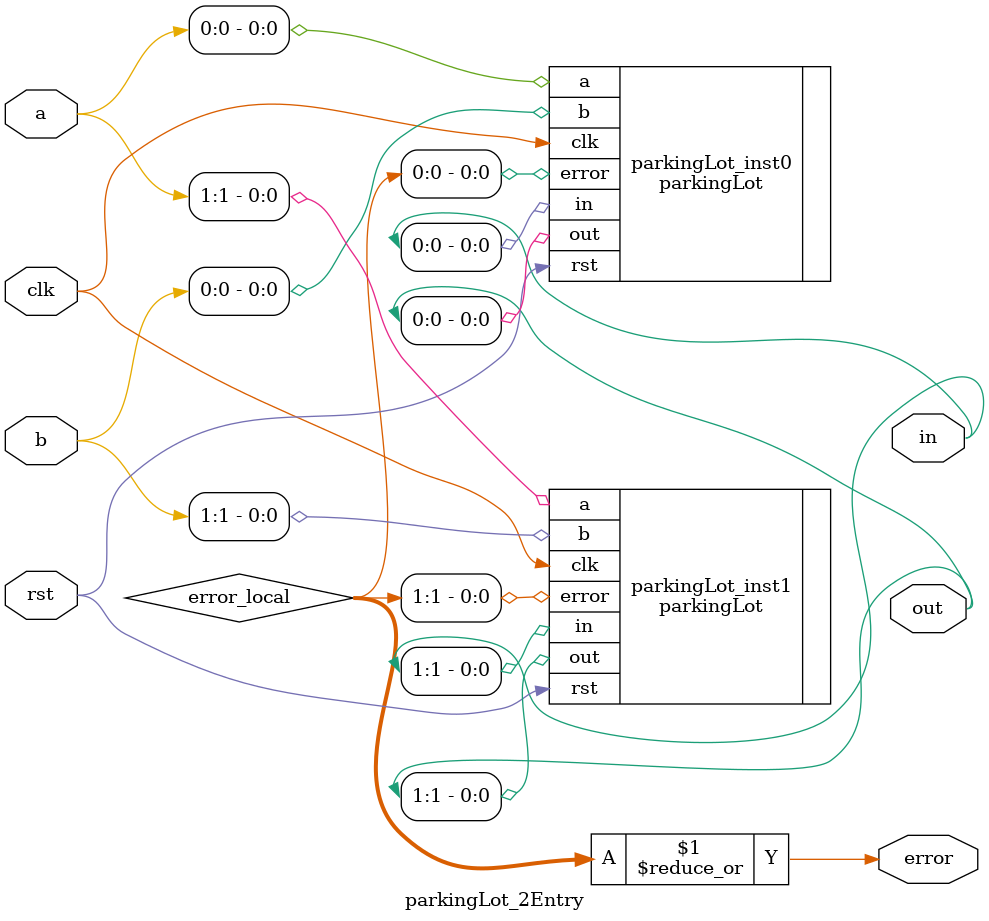
<source format=v>
module parkingLot_2Entry(
	input 		clk	,
	input 		rst	,//async, active high
	input 	[1 :0]  a	,
	input 	[1 :0] 	b	,
	output  [1 :0]	in	,//car entering, active one cycle
	output  [1 :0]	out	,//car leaving , active one cycle
	output		error	
);


	wire [1:0] error_local;

	parkingLot parkingLot_inst1(
		.clk	(clk  	),
		.rst	(rst  	),//async, active high
		.a	(a[1]   ),
		.b	(b[1]   ),
		.in	(in[1]  ),//car entering, active one cycle
		.out	(out[1] ),//car leaving , active one cycle
		.error	(error_local[1])
	);
	parkingLot parkingLot_inst0(
		.clk	(clk  	),
		.rst	(rst  	),//async, active high
		.a	(a[0]   ),
		.b	(b[0]   ),
		.in	(in[0]  ),//car entering, active one cycle
		.out	(out[0] ),//car leaving , active one cycle
		.error	(error_local[0])
	);
	assign error = |error_local;
endmodule

</source>
